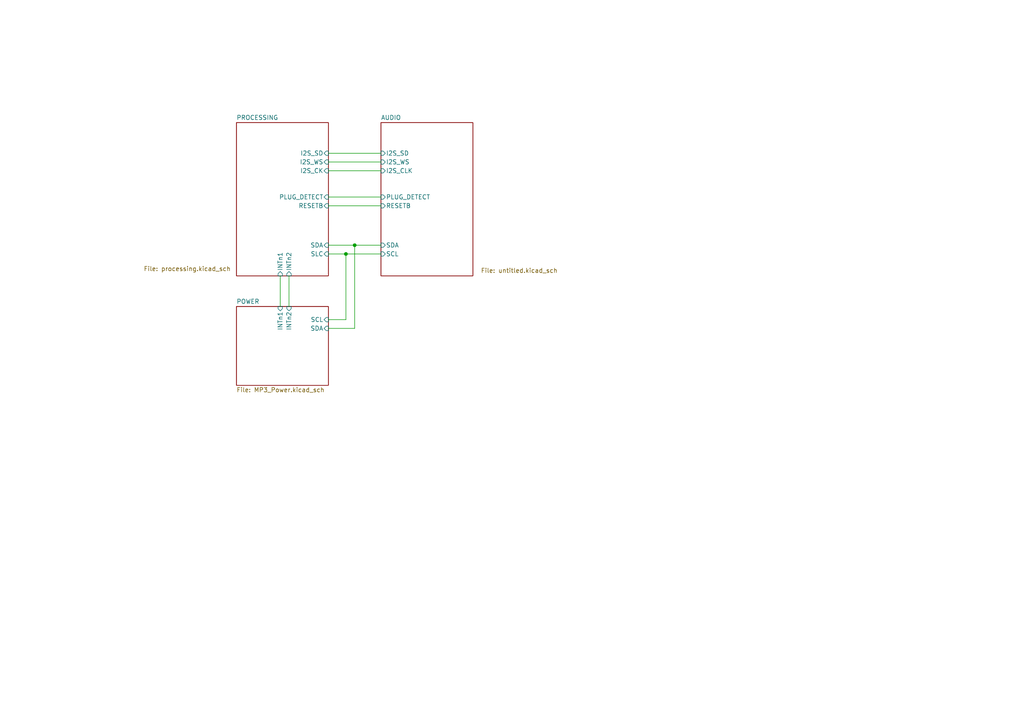
<source format=kicad_sch>
(kicad_sch
	(version 20250114)
	(generator "eeschema")
	(generator_version "9.0")
	(uuid "0eb23f11-7b6a-445b-9941-73800592c9c0")
	(paper "A4")
	(lib_symbols)
	(junction
		(at 100.33 73.66)
		(diameter 0)
		(color 0 0 0 0)
		(uuid "8a65d542-5583-4144-b3e4-fe8fb864595e")
	)
	(junction
		(at 102.87 71.12)
		(diameter 0)
		(color 0 0 0 0)
		(uuid "dd4c142d-082e-47cc-b9c3-9baed37f23ae")
	)
	(wire
		(pts
			(xy 95.25 73.66) (xy 100.33 73.66)
		)
		(stroke
			(width 0)
			(type default)
		)
		(uuid "058448cc-2343-4b22-9cf0-35d8ce439b7a")
	)
	(wire
		(pts
			(xy 83.82 80.01) (xy 83.82 88.9)
		)
		(stroke
			(width 0)
			(type default)
		)
		(uuid "1403ef89-7cc6-4dc9-9899-08031f303ced")
	)
	(wire
		(pts
			(xy 102.87 71.12) (xy 110.49 71.12)
		)
		(stroke
			(width 0)
			(type default)
		)
		(uuid "2a24ef4e-e8dd-47b4-9b5c-9f51914287b1")
	)
	(wire
		(pts
			(xy 95.25 59.69) (xy 110.49 59.69)
		)
		(stroke
			(width 0)
			(type default)
		)
		(uuid "509a5e61-2ea0-4e1a-be7e-dc1d33f2f807")
	)
	(wire
		(pts
			(xy 100.33 92.71) (xy 100.33 73.66)
		)
		(stroke
			(width 0)
			(type default)
		)
		(uuid "54202815-554e-40cc-916a-9219fc2c0e36")
	)
	(wire
		(pts
			(xy 95.25 49.53) (xy 110.49 49.53)
		)
		(stroke
			(width 0)
			(type default)
		)
		(uuid "58b897df-51e5-4b9b-b2f1-2614e3f2933f")
	)
	(wire
		(pts
			(xy 95.25 46.99) (xy 110.49 46.99)
		)
		(stroke
			(width 0)
			(type default)
		)
		(uuid "68e244f9-ad89-4d0e-83b9-61ffc3a4c4ff")
	)
	(wire
		(pts
			(xy 95.25 95.25) (xy 102.87 95.25)
		)
		(stroke
			(width 0)
			(type default)
		)
		(uuid "94a495e7-9064-4179-8658-136336e687ee")
	)
	(wire
		(pts
			(xy 100.33 73.66) (xy 110.49 73.66)
		)
		(stroke
			(width 0)
			(type default)
		)
		(uuid "ae07d816-972a-4107-a7d9-4924b6d1f8c3")
	)
	(wire
		(pts
			(xy 95.25 71.12) (xy 102.87 71.12)
		)
		(stroke
			(width 0)
			(type default)
		)
		(uuid "b3488d44-71fa-42e0-b8c6-90807cb9fd39")
	)
	(wire
		(pts
			(xy 81.28 80.01) (xy 81.28 88.9)
		)
		(stroke
			(width 0)
			(type default)
		)
		(uuid "c979d205-d2e7-40a5-bf8f-d4095e6b5ba7")
	)
	(wire
		(pts
			(xy 95.25 92.71) (xy 100.33 92.71)
		)
		(stroke
			(width 0)
			(type default)
		)
		(uuid "f4b3e643-d36c-4773-b12a-6751fb28a292")
	)
	(wire
		(pts
			(xy 102.87 95.25) (xy 102.87 71.12)
		)
		(stroke
			(width 0)
			(type default)
		)
		(uuid "f835aa9c-bea3-469f-9922-ee00f9ea4881")
	)
	(wire
		(pts
			(xy 95.25 57.15) (xy 110.49 57.15)
		)
		(stroke
			(width 0)
			(type default)
		)
		(uuid "f877aa01-796d-41ca-9d21-0a3968f46894")
	)
	(wire
		(pts
			(xy 95.25 44.45) (xy 110.49 44.45)
		)
		(stroke
			(width 0)
			(type default)
		)
		(uuid "fa2a9168-b906-47c6-a300-65bf664b7bc5")
	)
	(sheet
		(at 68.58 35.56)
		(size 26.67 44.45)
		(exclude_from_sim no)
		(in_bom yes)
		(on_board yes)
		(dnp no)
		(stroke
			(width 0.1524)
			(type solid)
		)
		(fill
			(color 0 0 0 0.0000)
		)
		(uuid "4ceab227-2085-4e51-a008-79ba0355ed8f")
		(property "Sheetname" "PROCESSING"
			(at 68.58 34.8484 0)
			(effects
				(font
					(size 1.27 1.27)
				)
				(justify left bottom)
			)
		)
		(property "Sheetfile" "processing.kicad_sch"
			(at 41.656 77.216 0)
			(effects
				(font
					(size 1.27 1.27)
				)
				(justify left top)
			)
		)
		(pin "I2S_CK" input
			(at 95.25 49.53 0)
			(uuid "732b3e2f-3dda-428a-80bd-565a3f907133")
			(effects
				(font
					(size 1.27 1.27)
				)
				(justify right)
			)
		)
		(pin "I2S_SD" input
			(at 95.25 44.45 0)
			(uuid "557cb292-1bde-412e-aee8-91389baaebfb")
			(effects
				(font
					(size 1.27 1.27)
				)
				(justify right)
			)
		)
		(pin "I2S_WS" input
			(at 95.25 46.99 0)
			(uuid "0c0c11c8-207a-4d70-a7ae-1173e5cdfe23")
			(effects
				(font
					(size 1.27 1.27)
				)
				(justify right)
			)
		)
		(pin "INTn1" input
			(at 81.28 80.01 270)
			(uuid "a97fa3a1-712e-4d1a-a65e-0131515b1548")
			(effects
				(font
					(size 1.27 1.27)
				)
				(justify left)
			)
		)
		(pin "INTn2" input
			(at 83.82 80.01 270)
			(uuid "02bedac5-7339-425c-bbe5-d8e6025b5a12")
			(effects
				(font
					(size 1.27 1.27)
				)
				(justify left)
			)
		)
		(pin "SDA" input
			(at 95.25 71.12 0)
			(uuid "a443b54b-e10b-4258-bdf7-cf6b4a32acf6")
			(effects
				(font
					(size 1.27 1.27)
				)
				(justify right)
			)
		)
		(pin "PLUG_DETECT" input
			(at 95.25 57.15 0)
			(uuid "b0fa0e21-e401-467e-93dd-1d3e8d1f3cd9")
			(effects
				(font
					(size 1.27 1.27)
				)
				(justify right)
			)
		)
		(pin "RESETB" input
			(at 95.25 59.69 0)
			(uuid "809933d0-e1bf-499f-8469-5401f1be69b6")
			(effects
				(font
					(size 1.27 1.27)
				)
				(justify right)
			)
		)
		(pin "SLC" input
			(at 95.25 73.66 0)
			(uuid "c11ddda0-50b8-4d6f-a465-6c6419e39d0d")
			(effects
				(font
					(size 1.27 1.27)
				)
				(justify right)
			)
		)
		(instances
			(project "pcb"
				(path "/0eb23f11-7b6a-445b-9941-73800592c9c0"
					(page "3")
				)
			)
		)
	)
	(sheet
		(at 68.58 88.9)
		(size 26.67 22.86)
		(exclude_from_sim no)
		(in_bom yes)
		(on_board yes)
		(dnp no)
		(fields_autoplaced yes)
		(stroke
			(width 0.1524)
			(type solid)
		)
		(fill
			(color 0 0 0 0.0000)
		)
		(uuid "a374f7f9-840e-4f0c-b221-b48771a4edc6")
		(property "Sheetname" "POWER"
			(at 68.58 88.1884 0)
			(effects
				(font
					(size 1.27 1.27)
				)
				(justify left bottom)
			)
		)
		(property "Sheetfile" "MP3_Power.kicad_sch"
			(at 68.58 112.3446 0)
			(effects
				(font
					(size 1.27 1.27)
				)
				(justify left top)
			)
		)
		(pin "INTn1" input
			(at 81.28 88.9 90)
			(uuid "1287d3de-7d1b-4026-ab93-cdb034ffad63")
			(effects
				(font
					(size 1.27 1.27)
				)
				(justify right)
			)
		)
		(pin "INTn2" input
			(at 83.82 88.9 90)
			(uuid "e255cb8c-fb2e-4777-ba1a-3ea3c2eedb3b")
			(effects
				(font
					(size 1.27 1.27)
				)
				(justify right)
			)
		)
		(pin "SCL" input
			(at 95.25 92.71 0)
			(uuid "d3b6a16f-d427-4227-8c70-e6e5a10eb979")
			(effects
				(font
					(size 1.27 1.27)
				)
				(justify right)
			)
		)
		(pin "SDA" input
			(at 95.25 95.25 0)
			(uuid "fcde1e7d-6435-477e-87b2-36a232942ef2")
			(effects
				(font
					(size 1.27 1.27)
				)
				(justify right)
			)
		)
		(instances
			(project "pcb"
				(path "/0eb23f11-7b6a-445b-9941-73800592c9c0"
					(page "4")
				)
			)
		)
	)
	(sheet
		(at 110.49 35.56)
		(size 26.67 44.45)
		(exclude_from_sim no)
		(in_bom yes)
		(on_board yes)
		(dnp no)
		(stroke
			(width 0.1524)
			(type solid)
		)
		(fill
			(color 0 0 0 0.0000)
		)
		(uuid "cb4f690f-8ee1-423e-9713-b2411228fffc")
		(property "Sheetname" "AUDIO"
			(at 110.49 34.8484 0)
			(effects
				(font
					(size 1.27 1.27)
				)
				(justify left bottom)
			)
		)
		(property "Sheetfile" "untitled.kicad_sch"
			(at 139.446 77.724 0)
			(effects
				(font
					(size 1.27 1.27)
				)
				(justify left top)
			)
		)
		(pin "PLUG_DETECT" input
			(at 110.49 57.15 180)
			(uuid "114ab055-f1ff-4909-8a48-8ecbfd78d291")
			(effects
				(font
					(size 1.27 1.27)
				)
				(justify left)
			)
		)
		(pin "I2S_WS" input
			(at 110.49 46.99 180)
			(uuid "918978ef-cbc4-4cf4-aa75-ed619a4e39c7")
			(effects
				(font
					(size 1.27 1.27)
				)
				(justify left)
			)
		)
		(pin "I2S_SD" input
			(at 110.49 44.45 180)
			(uuid "20de0bac-b1dc-4faa-a372-d7d98849cc4c")
			(effects
				(font
					(size 1.27 1.27)
				)
				(justify left)
			)
		)
		(pin "RESETB" input
			(at 110.49 59.69 180)
			(uuid "b1979fe3-88cd-4d54-96e3-fc76ddc9e9d8")
			(effects
				(font
					(size 1.27 1.27)
				)
				(justify left)
			)
		)
		(pin "I2S_CLK" input
			(at 110.49 49.53 180)
			(uuid "b63a2e5f-2480-4224-bcae-376556ebd131")
			(effects
				(font
					(size 1.27 1.27)
				)
				(justify left)
			)
		)
		(pin "SCL" input
			(at 110.49 73.66 180)
			(uuid "30d7f212-acb8-453d-9d39-e33e342bf849")
			(effects
				(font
					(size 1.27 1.27)
				)
				(justify left)
			)
		)
		(pin "SDA" input
			(at 110.49 71.12 180)
			(uuid "a8a680f8-cebc-48ba-b7d0-af368f146dfe")
			(effects
				(font
					(size 1.27 1.27)
				)
				(justify left)
			)
		)
		(instances
			(project "pcb"
				(path "/0eb23f11-7b6a-445b-9941-73800592c9c0"
					(page "2")
				)
			)
		)
	)
	(sheet_instances
		(path "/"
			(page "1")
		)
	)
	(embedded_fonts no)
)

</source>
